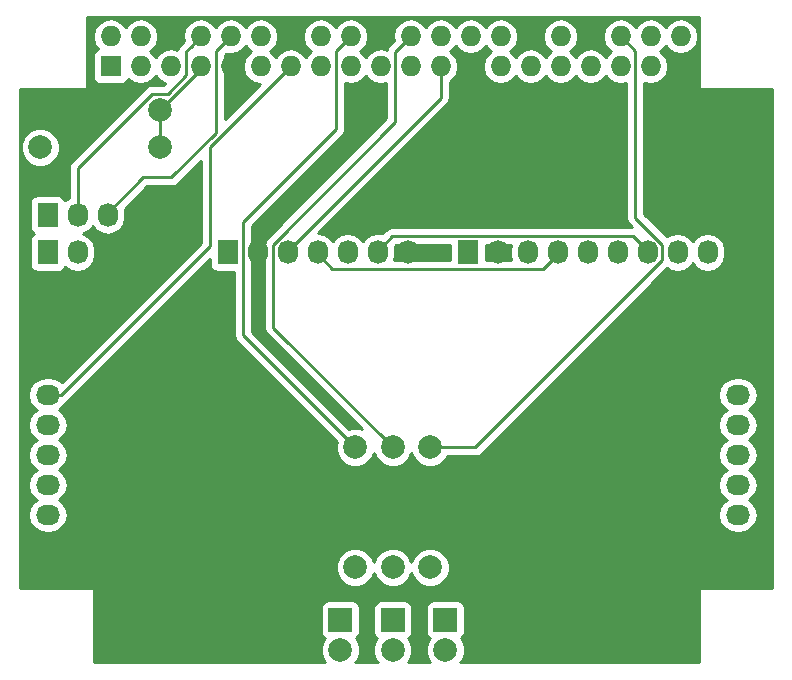
<source format=gbl>
G04 #@! TF.FileFunction,Copper,L2,Bot,Signal*
%FSLAX46Y46*%
G04 Gerber Fmt 4.6, Leading zero omitted, Abs format (unit mm)*
G04 Created by KiCad (PCBNEW 4.0.4-stable) date 10/13/16 13:56:36*
%MOMM*%
%LPD*%
G01*
G04 APERTURE LIST*
%ADD10C,0.100000*%
%ADD11R,1.727200X2.032000*%
%ADD12O,1.727200X2.032000*%
%ADD13R,1.727200X1.727200*%
%ADD14O,1.727200X1.727200*%
%ADD15C,1.998980*%
%ADD16R,2.000000X2.000000*%
%ADD17C,2.000000*%
%ADD18O,2.032000X1.727200*%
%ADD19R,2.032000X1.727200*%
%ADD20C,0.254000*%
G04 APERTURE END LIST*
D10*
D11*
X149860000Y-55880000D03*
D12*
X152400000Y-55880000D03*
X154940000Y-55880000D03*
X157480000Y-55880000D03*
X160020000Y-55880000D03*
X162560000Y-55880000D03*
X165100000Y-55880000D03*
X167640000Y-55880000D03*
X170180000Y-55880000D03*
X172720000Y-55880000D03*
D13*
X119634000Y-40132000D03*
D14*
X119634000Y-37592000D03*
X122174000Y-40132000D03*
X122174000Y-37592000D03*
X124714000Y-40132000D03*
X124714000Y-37592000D03*
X127254000Y-40132000D03*
X127254000Y-37592000D03*
X129794000Y-40132000D03*
X129794000Y-37592000D03*
X132334000Y-40132000D03*
X132334000Y-37592000D03*
X134874000Y-40132000D03*
X134874000Y-37592000D03*
X137414000Y-40132000D03*
X137414000Y-37592000D03*
X139954000Y-40132000D03*
X139954000Y-37592000D03*
X142494000Y-40132000D03*
X142494000Y-37592000D03*
X145034000Y-40132000D03*
X145034000Y-37592000D03*
X147574000Y-40132000D03*
X147574000Y-37592000D03*
X150114000Y-40132000D03*
X150114000Y-37592000D03*
X152654000Y-40132000D03*
X152654000Y-37592000D03*
X155194000Y-40132000D03*
X155194000Y-37592000D03*
X157734000Y-40132000D03*
X157734000Y-37592000D03*
X160274000Y-40132000D03*
X160274000Y-37592000D03*
X162814000Y-40132000D03*
X162814000Y-37592000D03*
X165354000Y-40132000D03*
X165354000Y-37592000D03*
X167894000Y-40132000D03*
X167894000Y-37592000D03*
D15*
X140335000Y-82550000D03*
X140335000Y-72390000D03*
D11*
X129540000Y-55880000D03*
D12*
X132080000Y-55880000D03*
X134620000Y-55880000D03*
X137160000Y-55880000D03*
X139700000Y-55880000D03*
X142240000Y-55880000D03*
X144780000Y-55880000D03*
D11*
X114300000Y-52705000D03*
D12*
X116840000Y-52705000D03*
X119380000Y-52705000D03*
X121920000Y-52705000D03*
D11*
X114300000Y-55880000D03*
D12*
X116840000Y-55880000D03*
X119380000Y-55880000D03*
D16*
X139065000Y-86995000D03*
D17*
X139065000Y-89535000D03*
D16*
X143510000Y-86995000D03*
D17*
X143510000Y-89535000D03*
D16*
X147955000Y-86995000D03*
D17*
X147955000Y-89535000D03*
D15*
X143510000Y-82550000D03*
X143510000Y-72390000D03*
X146685000Y-82550000D03*
X146685000Y-72390000D03*
X113665000Y-46990000D03*
X123825000Y-46990000D03*
X123825000Y-43815000D03*
X113665000Y-43815000D03*
D18*
X114300000Y-67945000D03*
D19*
X114300000Y-65405000D03*
D18*
X114300000Y-70485000D03*
X114300000Y-73025000D03*
X114300000Y-75565000D03*
X114300000Y-78105000D03*
X172720000Y-78105000D03*
X172720000Y-75565000D03*
X172720000Y-73025000D03*
X172720000Y-70485000D03*
D19*
X172720000Y-65405000D03*
D18*
X172720000Y-67945000D03*
D20*
X127254000Y-40386000D02*
X124824489Y-42815511D01*
X127254000Y-40132000D02*
X127254000Y-40386000D01*
X124824489Y-42815511D02*
X123825000Y-43815000D01*
X123825000Y-46990000D02*
X123825000Y-43815000D01*
X116840000Y-52705000D02*
X116840000Y-48756872D01*
X116840000Y-48756872D02*
X123162363Y-42434509D01*
X123162363Y-42434509D02*
X124443491Y-42434509D01*
X124443491Y-42434509D02*
X126009399Y-40868601D01*
X126009399Y-40868601D02*
X126009399Y-38836601D01*
X126009399Y-38836601D02*
X126390401Y-38455599D01*
X126390401Y-38455599D02*
X127254000Y-37592000D01*
X119380000Y-52552600D02*
X119380000Y-52705000D01*
X122402600Y-49530000D02*
X119380000Y-52552600D01*
X124757564Y-49530000D02*
X122402600Y-49530000D01*
X128549399Y-38836601D02*
X128549399Y-45738165D01*
X128549399Y-45738165D02*
X124757564Y-49530000D01*
X129794000Y-37592000D02*
X128549399Y-38836601D01*
X128016000Y-55372000D02*
X128016000Y-46990000D01*
X128016000Y-46990000D02*
X134874000Y-40132000D01*
X115443000Y-67945000D02*
X128016000Y-55372000D01*
X114300000Y-67945000D02*
X115443000Y-67945000D01*
X137160000Y-55880000D02*
X137160000Y-56032400D01*
X137160000Y-56032400D02*
X138404610Y-57277010D01*
X138404610Y-57277010D02*
X156235390Y-57277010D01*
X156235390Y-57277010D02*
X157480000Y-56032400D01*
X157480000Y-56032400D02*
X157480000Y-55880000D01*
X163855399Y-54482999D02*
X143484601Y-54482999D01*
X143484601Y-54482999D02*
X142240000Y-55727600D01*
X142240000Y-55727600D02*
X142240000Y-55880000D01*
X165100000Y-55880000D02*
X165100000Y-55727600D01*
X165100000Y-55727600D02*
X163855399Y-54482999D01*
X134620000Y-55880000D02*
X134620000Y-55727600D01*
X134620000Y-55727600D02*
X147574000Y-42773600D01*
X147574000Y-42773600D02*
X147574000Y-41353314D01*
X147574000Y-41353314D02*
X147574000Y-40132000D01*
X114300000Y-55727600D02*
X114300000Y-55880000D01*
X139954000Y-37592000D02*
X138709399Y-38836601D01*
X138709399Y-38836601D02*
X138709399Y-45440601D01*
X138709399Y-45440601D02*
X130835390Y-53314610D01*
X130835390Y-62890390D02*
X130835390Y-53314610D01*
X140335000Y-72390000D02*
X130835390Y-62890390D01*
X145034000Y-37592000D02*
X143738601Y-38887399D01*
X143738601Y-38887399D02*
X143738601Y-44848855D01*
X143738601Y-44848855D02*
X133375390Y-55212066D01*
X133375390Y-55212066D02*
X133375390Y-62255390D01*
X133375390Y-62255390D02*
X143510000Y-72390000D01*
X162814000Y-37592000D02*
X164058601Y-38836601D01*
X164058601Y-38836601D02*
X164058601Y-52926057D01*
X164058601Y-52926057D02*
X166344601Y-55212057D01*
X166344601Y-55212057D02*
X166344601Y-56547943D01*
X146685000Y-72390000D02*
X150502544Y-72390000D01*
X150502544Y-72390000D02*
X166344601Y-56547943D01*
G36*
X169418000Y-41910000D02*
X169428006Y-41959410D01*
X169456447Y-42001035D01*
X169498841Y-42028315D01*
X169545000Y-42037000D01*
X175615000Y-42037000D01*
X175615000Y-84328000D01*
X169545000Y-84328000D01*
X169495590Y-84338006D01*
X169453965Y-84366447D01*
X169426685Y-84408841D01*
X169418000Y-84455000D01*
X169418000Y-90580000D01*
X149222435Y-90580000D01*
X149340278Y-90462363D01*
X149589716Y-89861648D01*
X149590284Y-89211205D01*
X149341894Y-88610057D01*
X149275379Y-88543426D01*
X149406441Y-88459090D01*
X149551431Y-88246890D01*
X149602440Y-87995000D01*
X149602440Y-85995000D01*
X149558162Y-85759683D01*
X149419090Y-85543559D01*
X149206890Y-85398569D01*
X148955000Y-85347560D01*
X146955000Y-85347560D01*
X146719683Y-85391838D01*
X146503559Y-85530910D01*
X146358569Y-85743110D01*
X146307560Y-85995000D01*
X146307560Y-87995000D01*
X146351838Y-88230317D01*
X146490910Y-88446441D01*
X146633561Y-88543910D01*
X146569722Y-88607637D01*
X146320284Y-89208352D01*
X146319716Y-89858795D01*
X146568106Y-90459943D01*
X146687953Y-90580000D01*
X144777435Y-90580000D01*
X144895278Y-90462363D01*
X145144716Y-89861648D01*
X145145284Y-89211205D01*
X144896894Y-88610057D01*
X144830379Y-88543426D01*
X144961441Y-88459090D01*
X145106431Y-88246890D01*
X145157440Y-87995000D01*
X145157440Y-85995000D01*
X145113162Y-85759683D01*
X144974090Y-85543559D01*
X144761890Y-85398569D01*
X144510000Y-85347560D01*
X142510000Y-85347560D01*
X142274683Y-85391838D01*
X142058559Y-85530910D01*
X141913569Y-85743110D01*
X141862560Y-85995000D01*
X141862560Y-87995000D01*
X141906838Y-88230317D01*
X142045910Y-88446441D01*
X142188561Y-88543910D01*
X142124722Y-88607637D01*
X141875284Y-89208352D01*
X141874716Y-89858795D01*
X142123106Y-90459943D01*
X142242953Y-90580000D01*
X140332435Y-90580000D01*
X140450278Y-90462363D01*
X140699716Y-89861648D01*
X140700284Y-89211205D01*
X140451894Y-88610057D01*
X140385379Y-88543426D01*
X140516441Y-88459090D01*
X140661431Y-88246890D01*
X140712440Y-87995000D01*
X140712440Y-85995000D01*
X140668162Y-85759683D01*
X140529090Y-85543559D01*
X140316890Y-85398569D01*
X140065000Y-85347560D01*
X138065000Y-85347560D01*
X137829683Y-85391838D01*
X137613559Y-85530910D01*
X137468569Y-85743110D01*
X137417560Y-85995000D01*
X137417560Y-87995000D01*
X137461838Y-88230317D01*
X137600910Y-88446441D01*
X137743561Y-88543910D01*
X137679722Y-88607637D01*
X137430284Y-89208352D01*
X137429716Y-89858795D01*
X137678106Y-90459943D01*
X137797953Y-90580000D01*
X118237000Y-90580000D01*
X118237000Y-84455000D01*
X118226994Y-84405590D01*
X118198553Y-84363965D01*
X118156159Y-84336685D01*
X118110000Y-84328000D01*
X111985000Y-84328000D01*
X111985000Y-82873694D01*
X138700226Y-82873694D01*
X138948538Y-83474655D01*
X139407927Y-83934846D01*
X140008453Y-84184206D01*
X140658694Y-84184774D01*
X141259655Y-83936462D01*
X141719846Y-83477073D01*
X141922691Y-82988568D01*
X142123538Y-83474655D01*
X142582927Y-83934846D01*
X143183453Y-84184206D01*
X143833694Y-84184774D01*
X144434655Y-83936462D01*
X144894846Y-83477073D01*
X145097691Y-82988568D01*
X145298538Y-83474655D01*
X145757927Y-83934846D01*
X146358453Y-84184206D01*
X147008694Y-84184774D01*
X147609655Y-83936462D01*
X148069846Y-83477073D01*
X148319206Y-82876547D01*
X148319774Y-82226306D01*
X148071462Y-81625345D01*
X147612073Y-81165154D01*
X147011547Y-80915794D01*
X146361306Y-80915226D01*
X145760345Y-81163538D01*
X145300154Y-81622927D01*
X145097309Y-82111432D01*
X144896462Y-81625345D01*
X144437073Y-81165154D01*
X143836547Y-80915794D01*
X143186306Y-80915226D01*
X142585345Y-81163538D01*
X142125154Y-81622927D01*
X141922309Y-82111432D01*
X141721462Y-81625345D01*
X141262073Y-81165154D01*
X140661547Y-80915794D01*
X140011306Y-80915226D01*
X139410345Y-81163538D01*
X138950154Y-81622927D01*
X138700794Y-82223453D01*
X138700226Y-82873694D01*
X111985000Y-82873694D01*
X111985000Y-67945000D01*
X112616655Y-67945000D01*
X112730729Y-68518489D01*
X113055585Y-69004670D01*
X113370366Y-69215000D01*
X113055585Y-69425330D01*
X112730729Y-69911511D01*
X112616655Y-70485000D01*
X112730729Y-71058489D01*
X113055585Y-71544670D01*
X113370366Y-71755000D01*
X113055585Y-71965330D01*
X112730729Y-72451511D01*
X112616655Y-73025000D01*
X112730729Y-73598489D01*
X113055585Y-74084670D01*
X113370366Y-74295000D01*
X113055585Y-74505330D01*
X112730729Y-74991511D01*
X112616655Y-75565000D01*
X112730729Y-76138489D01*
X113055585Y-76624670D01*
X113370366Y-76835000D01*
X113055585Y-77045330D01*
X112730729Y-77531511D01*
X112616655Y-78105000D01*
X112730729Y-78678489D01*
X113055585Y-79164670D01*
X113541766Y-79489526D01*
X114115255Y-79603600D01*
X114484745Y-79603600D01*
X115058234Y-79489526D01*
X115544415Y-79164670D01*
X115869271Y-78678489D01*
X115983345Y-78105000D01*
X115869271Y-77531511D01*
X115544415Y-77045330D01*
X115229634Y-76835000D01*
X115544415Y-76624670D01*
X115869271Y-76138489D01*
X115983345Y-75565000D01*
X115869271Y-74991511D01*
X115544415Y-74505330D01*
X115229634Y-74295000D01*
X115544415Y-74084670D01*
X115869271Y-73598489D01*
X115983345Y-73025000D01*
X115869271Y-72451511D01*
X115544415Y-71965330D01*
X115229634Y-71755000D01*
X115544415Y-71544670D01*
X115869271Y-71058489D01*
X115983345Y-70485000D01*
X115869271Y-69911511D01*
X115544415Y-69425330D01*
X115229634Y-69215000D01*
X115544415Y-69004670D01*
X115820352Y-68591702D01*
X115981815Y-68483815D01*
X128028960Y-56436670D01*
X128028960Y-56896000D01*
X128073238Y-57131317D01*
X128212310Y-57347441D01*
X128424510Y-57492431D01*
X128676400Y-57543440D01*
X130073390Y-57543440D01*
X130073390Y-62890390D01*
X130131394Y-63181995D01*
X130296575Y-63429205D01*
X138768285Y-71900916D01*
X138700794Y-72063453D01*
X138700226Y-72713694D01*
X138948538Y-73314655D01*
X139407927Y-73774846D01*
X140008453Y-74024206D01*
X140658694Y-74024774D01*
X141259655Y-73776462D01*
X141719846Y-73317073D01*
X141922691Y-72828568D01*
X142123538Y-73314655D01*
X142582927Y-73774846D01*
X143183453Y-74024206D01*
X143833694Y-74024774D01*
X144434655Y-73776462D01*
X144894846Y-73317073D01*
X145097691Y-72828568D01*
X145298538Y-73314655D01*
X145757927Y-73774846D01*
X146358453Y-74024206D01*
X147008694Y-74024774D01*
X147609655Y-73776462D01*
X148069846Y-73317073D01*
X148138390Y-73152000D01*
X150502544Y-73152000D01*
X150794149Y-73093996D01*
X151041359Y-72928815D01*
X156025174Y-67945000D01*
X171036655Y-67945000D01*
X171150729Y-68518489D01*
X171475585Y-69004670D01*
X171790366Y-69215000D01*
X171475585Y-69425330D01*
X171150729Y-69911511D01*
X171036655Y-70485000D01*
X171150729Y-71058489D01*
X171475585Y-71544670D01*
X171790366Y-71755000D01*
X171475585Y-71965330D01*
X171150729Y-72451511D01*
X171036655Y-73025000D01*
X171150729Y-73598489D01*
X171475585Y-74084670D01*
X171790366Y-74295000D01*
X171475585Y-74505330D01*
X171150729Y-74991511D01*
X171036655Y-75565000D01*
X171150729Y-76138489D01*
X171475585Y-76624670D01*
X171790366Y-76835000D01*
X171475585Y-77045330D01*
X171150729Y-77531511D01*
X171036655Y-78105000D01*
X171150729Y-78678489D01*
X171475585Y-79164670D01*
X171961766Y-79489526D01*
X172535255Y-79603600D01*
X172904745Y-79603600D01*
X173478234Y-79489526D01*
X173964415Y-79164670D01*
X174289271Y-78678489D01*
X174403345Y-78105000D01*
X174289271Y-77531511D01*
X173964415Y-77045330D01*
X173649634Y-76835000D01*
X173964415Y-76624670D01*
X174289271Y-76138489D01*
X174403345Y-75565000D01*
X174289271Y-74991511D01*
X173964415Y-74505330D01*
X173649634Y-74295000D01*
X173964415Y-74084670D01*
X174289271Y-73598489D01*
X174403345Y-73025000D01*
X174289271Y-72451511D01*
X173964415Y-71965330D01*
X173649634Y-71755000D01*
X173964415Y-71544670D01*
X174289271Y-71058489D01*
X174403345Y-70485000D01*
X174289271Y-69911511D01*
X173964415Y-69425330D01*
X173649634Y-69215000D01*
X173964415Y-69004670D01*
X174289271Y-68518489D01*
X174403345Y-67945000D01*
X174289271Y-67371511D01*
X173964415Y-66885330D01*
X173478234Y-66560474D01*
X172904745Y-66446400D01*
X172535255Y-66446400D01*
X171961766Y-66560474D01*
X171475585Y-66885330D01*
X171150729Y-67371511D01*
X171036655Y-67945000D01*
X156025174Y-67945000D01*
X166739443Y-57230731D01*
X167066511Y-57449271D01*
X167640000Y-57563345D01*
X168213489Y-57449271D01*
X168699670Y-57124415D01*
X168910000Y-56809634D01*
X169120330Y-57124415D01*
X169606511Y-57449271D01*
X170180000Y-57563345D01*
X170753489Y-57449271D01*
X171239670Y-57124415D01*
X171564526Y-56638234D01*
X171678600Y-56064745D01*
X171678600Y-55695255D01*
X171564526Y-55121766D01*
X171239670Y-54635585D01*
X170753489Y-54310729D01*
X170180000Y-54196655D01*
X169606511Y-54310729D01*
X169120330Y-54635585D01*
X168910000Y-54950366D01*
X168699670Y-54635585D01*
X168213489Y-54310729D01*
X167640000Y-54196655D01*
X167066511Y-54310729D01*
X166739444Y-54529269D01*
X164820601Y-52610427D01*
X164820601Y-41553859D01*
X165354000Y-41659959D01*
X165927489Y-41545885D01*
X166413670Y-41221029D01*
X166738526Y-40734848D01*
X166852600Y-40161359D01*
X166852600Y-40102641D01*
X166738526Y-39529152D01*
X166413670Y-39042971D01*
X166142828Y-38862000D01*
X166413670Y-38681029D01*
X166624000Y-38366248D01*
X166834330Y-38681029D01*
X167320511Y-39005885D01*
X167894000Y-39119959D01*
X168467489Y-39005885D01*
X168953670Y-38681029D01*
X169278526Y-38194848D01*
X169392600Y-37621359D01*
X169392600Y-37562641D01*
X169278526Y-36989152D01*
X168953670Y-36502971D01*
X168467489Y-36178115D01*
X167894000Y-36064041D01*
X167320511Y-36178115D01*
X166834330Y-36502971D01*
X166624000Y-36817752D01*
X166413670Y-36502971D01*
X165927489Y-36178115D01*
X165354000Y-36064041D01*
X164780511Y-36178115D01*
X164294330Y-36502971D01*
X164084000Y-36817752D01*
X163873670Y-36502971D01*
X163387489Y-36178115D01*
X162814000Y-36064041D01*
X162240511Y-36178115D01*
X161754330Y-36502971D01*
X161429474Y-36989152D01*
X161315400Y-37562641D01*
X161315400Y-37621359D01*
X161429474Y-38194848D01*
X161754330Y-38681029D01*
X162025172Y-38862000D01*
X161754330Y-39042971D01*
X161544000Y-39357752D01*
X161333670Y-39042971D01*
X160847489Y-38718115D01*
X160274000Y-38604041D01*
X159700511Y-38718115D01*
X159214330Y-39042971D01*
X159004000Y-39357752D01*
X158793670Y-39042971D01*
X158522828Y-38862000D01*
X158793670Y-38681029D01*
X159118526Y-38194848D01*
X159232600Y-37621359D01*
X159232600Y-37562641D01*
X159118526Y-36989152D01*
X158793670Y-36502971D01*
X158307489Y-36178115D01*
X157734000Y-36064041D01*
X157160511Y-36178115D01*
X156674330Y-36502971D01*
X156349474Y-36989152D01*
X156235400Y-37562641D01*
X156235400Y-37621359D01*
X156349474Y-38194848D01*
X156674330Y-38681029D01*
X156945172Y-38862000D01*
X156674330Y-39042971D01*
X156464000Y-39357752D01*
X156253670Y-39042971D01*
X155767489Y-38718115D01*
X155194000Y-38604041D01*
X154620511Y-38718115D01*
X154134330Y-39042971D01*
X153924000Y-39357752D01*
X153713670Y-39042971D01*
X153442828Y-38862000D01*
X153713670Y-38681029D01*
X154038526Y-38194848D01*
X154152600Y-37621359D01*
X154152600Y-37562641D01*
X154038526Y-36989152D01*
X153713670Y-36502971D01*
X153227489Y-36178115D01*
X152654000Y-36064041D01*
X152080511Y-36178115D01*
X151594330Y-36502971D01*
X151384000Y-36817752D01*
X151173670Y-36502971D01*
X150687489Y-36178115D01*
X150114000Y-36064041D01*
X149540511Y-36178115D01*
X149054330Y-36502971D01*
X148844000Y-36817752D01*
X148633670Y-36502971D01*
X148147489Y-36178115D01*
X147574000Y-36064041D01*
X147000511Y-36178115D01*
X146514330Y-36502971D01*
X146304000Y-36817752D01*
X146093670Y-36502971D01*
X145607489Y-36178115D01*
X145034000Y-36064041D01*
X144460511Y-36178115D01*
X143974330Y-36502971D01*
X143649474Y-36989152D01*
X143535400Y-37562641D01*
X143535400Y-37621359D01*
X143600372Y-37947998D01*
X143199786Y-38348584D01*
X143034605Y-38595794D01*
X143012451Y-38707167D01*
X142494000Y-38604041D01*
X141920511Y-38718115D01*
X141434330Y-39042971D01*
X141224000Y-39357752D01*
X141013670Y-39042971D01*
X140742828Y-38862000D01*
X141013670Y-38681029D01*
X141338526Y-38194848D01*
X141452600Y-37621359D01*
X141452600Y-37562641D01*
X141338526Y-36989152D01*
X141013670Y-36502971D01*
X140527489Y-36178115D01*
X139954000Y-36064041D01*
X139380511Y-36178115D01*
X138894330Y-36502971D01*
X138684000Y-36817752D01*
X138473670Y-36502971D01*
X137987489Y-36178115D01*
X137414000Y-36064041D01*
X136840511Y-36178115D01*
X136354330Y-36502971D01*
X136029474Y-36989152D01*
X135915400Y-37562641D01*
X135915400Y-37621359D01*
X136029474Y-38194848D01*
X136354330Y-38681029D01*
X136625172Y-38862000D01*
X136354330Y-39042971D01*
X136144000Y-39357752D01*
X135933670Y-39042971D01*
X135447489Y-38718115D01*
X134874000Y-38604041D01*
X134300511Y-38718115D01*
X133814330Y-39042971D01*
X133604000Y-39357752D01*
X133393670Y-39042971D01*
X133122828Y-38862000D01*
X133393670Y-38681029D01*
X133718526Y-38194848D01*
X133832600Y-37621359D01*
X133832600Y-37562641D01*
X133718526Y-36989152D01*
X133393670Y-36502971D01*
X132907489Y-36178115D01*
X132334000Y-36064041D01*
X131760511Y-36178115D01*
X131274330Y-36502971D01*
X131064000Y-36817752D01*
X130853670Y-36502971D01*
X130367489Y-36178115D01*
X129794000Y-36064041D01*
X129220511Y-36178115D01*
X128734330Y-36502971D01*
X128524000Y-36817752D01*
X128313670Y-36502971D01*
X127827489Y-36178115D01*
X127254000Y-36064041D01*
X126680511Y-36178115D01*
X126194330Y-36502971D01*
X125869474Y-36989152D01*
X125755400Y-37562641D01*
X125755400Y-37621359D01*
X125820372Y-37947997D01*
X125470584Y-38297786D01*
X125305403Y-38544996D01*
X125271596Y-38714954D01*
X124714000Y-38604041D01*
X124140511Y-38718115D01*
X123654330Y-39042971D01*
X123444000Y-39357752D01*
X123233670Y-39042971D01*
X122962828Y-38862000D01*
X123233670Y-38681029D01*
X123558526Y-38194848D01*
X123672600Y-37621359D01*
X123672600Y-37562641D01*
X123558526Y-36989152D01*
X123233670Y-36502971D01*
X122747489Y-36178115D01*
X122174000Y-36064041D01*
X121600511Y-36178115D01*
X121114330Y-36502971D01*
X120904000Y-36817752D01*
X120693670Y-36502971D01*
X120207489Y-36178115D01*
X119634000Y-36064041D01*
X119060511Y-36178115D01*
X118574330Y-36502971D01*
X118249474Y-36989152D01*
X118135400Y-37562641D01*
X118135400Y-37621359D01*
X118249474Y-38194848D01*
X118560574Y-38660442D01*
X118535083Y-38665238D01*
X118318959Y-38804310D01*
X118173969Y-39016510D01*
X118122960Y-39268400D01*
X118122960Y-40995600D01*
X118167238Y-41230917D01*
X118306310Y-41447041D01*
X118518510Y-41592031D01*
X118770400Y-41643040D01*
X120497600Y-41643040D01*
X120732917Y-41598762D01*
X120949041Y-41459690D01*
X121094031Y-41247490D01*
X121102864Y-41203869D01*
X121114330Y-41221029D01*
X121600511Y-41545885D01*
X122174000Y-41659959D01*
X122747489Y-41545885D01*
X123233670Y-41221029D01*
X123444000Y-40906248D01*
X123654330Y-41221029D01*
X124140511Y-41545885D01*
X124235575Y-41564794D01*
X124127861Y-41672509D01*
X123162363Y-41672509D01*
X122870759Y-41730512D01*
X122623548Y-41895693D01*
X116301185Y-48218057D01*
X116136004Y-48465267D01*
X116078000Y-48756872D01*
X116078000Y-51261688D01*
X115780330Y-51460585D01*
X115770757Y-51474913D01*
X115766762Y-51453683D01*
X115627690Y-51237559D01*
X115415490Y-51092569D01*
X115163600Y-51041560D01*
X113436400Y-51041560D01*
X113201083Y-51085838D01*
X112984959Y-51224910D01*
X112839969Y-51437110D01*
X112788960Y-51689000D01*
X112788960Y-53721000D01*
X112833238Y-53956317D01*
X112972310Y-54172441D01*
X113149893Y-54293778D01*
X112984959Y-54399910D01*
X112839969Y-54612110D01*
X112788960Y-54864000D01*
X112788960Y-56896000D01*
X112833238Y-57131317D01*
X112972310Y-57347441D01*
X113184510Y-57492431D01*
X113436400Y-57543440D01*
X115163600Y-57543440D01*
X115398917Y-57499162D01*
X115615041Y-57360090D01*
X115760031Y-57147890D01*
X115768400Y-57106561D01*
X115780330Y-57124415D01*
X116266511Y-57449271D01*
X116840000Y-57563345D01*
X117413489Y-57449271D01*
X117899670Y-57124415D01*
X118224526Y-56638234D01*
X118338600Y-56064745D01*
X118338600Y-55695255D01*
X118224526Y-55121766D01*
X117899670Y-54635585D01*
X117413489Y-54310729D01*
X117321846Y-54292500D01*
X117413489Y-54274271D01*
X117899670Y-53949415D01*
X118110000Y-53634634D01*
X118320330Y-53949415D01*
X118806511Y-54274271D01*
X119380000Y-54388345D01*
X119953489Y-54274271D01*
X120439670Y-53949415D01*
X120764526Y-53463234D01*
X120878600Y-52889745D01*
X120878600Y-52520255D01*
X120814123Y-52196107D01*
X122718230Y-50292000D01*
X124757564Y-50292000D01*
X125049169Y-50233996D01*
X125296379Y-50068815D01*
X127254000Y-48111195D01*
X127254000Y-55056370D01*
X115472855Y-66837515D01*
X115058234Y-66560474D01*
X114484745Y-66446400D01*
X114115255Y-66446400D01*
X113541766Y-66560474D01*
X113055585Y-66885330D01*
X112730729Y-67371511D01*
X112616655Y-67945000D01*
X111985000Y-67945000D01*
X111985000Y-47313694D01*
X112030226Y-47313694D01*
X112278538Y-47914655D01*
X112737927Y-48374846D01*
X113338453Y-48624206D01*
X113988694Y-48624774D01*
X114589655Y-48376462D01*
X115049846Y-47917073D01*
X115299206Y-47316547D01*
X115299774Y-46666306D01*
X115051462Y-46065345D01*
X114592073Y-45605154D01*
X113991547Y-45355794D01*
X113341306Y-45355226D01*
X112740345Y-45603538D01*
X112280154Y-46062927D01*
X112030794Y-46663453D01*
X112030226Y-47313694D01*
X111985000Y-47313694D01*
X111985000Y-42037000D01*
X117475000Y-42037000D01*
X117524410Y-42026994D01*
X117566035Y-41998553D01*
X117593315Y-41956159D01*
X117602000Y-41910000D01*
X117602000Y-35950000D01*
X169418000Y-35950000D01*
X169418000Y-41910000D01*
X169418000Y-41910000D01*
G37*
X169418000Y-41910000D02*
X169428006Y-41959410D01*
X169456447Y-42001035D01*
X169498841Y-42028315D01*
X169545000Y-42037000D01*
X175615000Y-42037000D01*
X175615000Y-84328000D01*
X169545000Y-84328000D01*
X169495590Y-84338006D01*
X169453965Y-84366447D01*
X169426685Y-84408841D01*
X169418000Y-84455000D01*
X169418000Y-90580000D01*
X149222435Y-90580000D01*
X149340278Y-90462363D01*
X149589716Y-89861648D01*
X149590284Y-89211205D01*
X149341894Y-88610057D01*
X149275379Y-88543426D01*
X149406441Y-88459090D01*
X149551431Y-88246890D01*
X149602440Y-87995000D01*
X149602440Y-85995000D01*
X149558162Y-85759683D01*
X149419090Y-85543559D01*
X149206890Y-85398569D01*
X148955000Y-85347560D01*
X146955000Y-85347560D01*
X146719683Y-85391838D01*
X146503559Y-85530910D01*
X146358569Y-85743110D01*
X146307560Y-85995000D01*
X146307560Y-87995000D01*
X146351838Y-88230317D01*
X146490910Y-88446441D01*
X146633561Y-88543910D01*
X146569722Y-88607637D01*
X146320284Y-89208352D01*
X146319716Y-89858795D01*
X146568106Y-90459943D01*
X146687953Y-90580000D01*
X144777435Y-90580000D01*
X144895278Y-90462363D01*
X145144716Y-89861648D01*
X145145284Y-89211205D01*
X144896894Y-88610057D01*
X144830379Y-88543426D01*
X144961441Y-88459090D01*
X145106431Y-88246890D01*
X145157440Y-87995000D01*
X145157440Y-85995000D01*
X145113162Y-85759683D01*
X144974090Y-85543559D01*
X144761890Y-85398569D01*
X144510000Y-85347560D01*
X142510000Y-85347560D01*
X142274683Y-85391838D01*
X142058559Y-85530910D01*
X141913569Y-85743110D01*
X141862560Y-85995000D01*
X141862560Y-87995000D01*
X141906838Y-88230317D01*
X142045910Y-88446441D01*
X142188561Y-88543910D01*
X142124722Y-88607637D01*
X141875284Y-89208352D01*
X141874716Y-89858795D01*
X142123106Y-90459943D01*
X142242953Y-90580000D01*
X140332435Y-90580000D01*
X140450278Y-90462363D01*
X140699716Y-89861648D01*
X140700284Y-89211205D01*
X140451894Y-88610057D01*
X140385379Y-88543426D01*
X140516441Y-88459090D01*
X140661431Y-88246890D01*
X140712440Y-87995000D01*
X140712440Y-85995000D01*
X140668162Y-85759683D01*
X140529090Y-85543559D01*
X140316890Y-85398569D01*
X140065000Y-85347560D01*
X138065000Y-85347560D01*
X137829683Y-85391838D01*
X137613559Y-85530910D01*
X137468569Y-85743110D01*
X137417560Y-85995000D01*
X137417560Y-87995000D01*
X137461838Y-88230317D01*
X137600910Y-88446441D01*
X137743561Y-88543910D01*
X137679722Y-88607637D01*
X137430284Y-89208352D01*
X137429716Y-89858795D01*
X137678106Y-90459943D01*
X137797953Y-90580000D01*
X118237000Y-90580000D01*
X118237000Y-84455000D01*
X118226994Y-84405590D01*
X118198553Y-84363965D01*
X118156159Y-84336685D01*
X118110000Y-84328000D01*
X111985000Y-84328000D01*
X111985000Y-82873694D01*
X138700226Y-82873694D01*
X138948538Y-83474655D01*
X139407927Y-83934846D01*
X140008453Y-84184206D01*
X140658694Y-84184774D01*
X141259655Y-83936462D01*
X141719846Y-83477073D01*
X141922691Y-82988568D01*
X142123538Y-83474655D01*
X142582927Y-83934846D01*
X143183453Y-84184206D01*
X143833694Y-84184774D01*
X144434655Y-83936462D01*
X144894846Y-83477073D01*
X145097691Y-82988568D01*
X145298538Y-83474655D01*
X145757927Y-83934846D01*
X146358453Y-84184206D01*
X147008694Y-84184774D01*
X147609655Y-83936462D01*
X148069846Y-83477073D01*
X148319206Y-82876547D01*
X148319774Y-82226306D01*
X148071462Y-81625345D01*
X147612073Y-81165154D01*
X147011547Y-80915794D01*
X146361306Y-80915226D01*
X145760345Y-81163538D01*
X145300154Y-81622927D01*
X145097309Y-82111432D01*
X144896462Y-81625345D01*
X144437073Y-81165154D01*
X143836547Y-80915794D01*
X143186306Y-80915226D01*
X142585345Y-81163538D01*
X142125154Y-81622927D01*
X141922309Y-82111432D01*
X141721462Y-81625345D01*
X141262073Y-81165154D01*
X140661547Y-80915794D01*
X140011306Y-80915226D01*
X139410345Y-81163538D01*
X138950154Y-81622927D01*
X138700794Y-82223453D01*
X138700226Y-82873694D01*
X111985000Y-82873694D01*
X111985000Y-67945000D01*
X112616655Y-67945000D01*
X112730729Y-68518489D01*
X113055585Y-69004670D01*
X113370366Y-69215000D01*
X113055585Y-69425330D01*
X112730729Y-69911511D01*
X112616655Y-70485000D01*
X112730729Y-71058489D01*
X113055585Y-71544670D01*
X113370366Y-71755000D01*
X113055585Y-71965330D01*
X112730729Y-72451511D01*
X112616655Y-73025000D01*
X112730729Y-73598489D01*
X113055585Y-74084670D01*
X113370366Y-74295000D01*
X113055585Y-74505330D01*
X112730729Y-74991511D01*
X112616655Y-75565000D01*
X112730729Y-76138489D01*
X113055585Y-76624670D01*
X113370366Y-76835000D01*
X113055585Y-77045330D01*
X112730729Y-77531511D01*
X112616655Y-78105000D01*
X112730729Y-78678489D01*
X113055585Y-79164670D01*
X113541766Y-79489526D01*
X114115255Y-79603600D01*
X114484745Y-79603600D01*
X115058234Y-79489526D01*
X115544415Y-79164670D01*
X115869271Y-78678489D01*
X115983345Y-78105000D01*
X115869271Y-77531511D01*
X115544415Y-77045330D01*
X115229634Y-76835000D01*
X115544415Y-76624670D01*
X115869271Y-76138489D01*
X115983345Y-75565000D01*
X115869271Y-74991511D01*
X115544415Y-74505330D01*
X115229634Y-74295000D01*
X115544415Y-74084670D01*
X115869271Y-73598489D01*
X115983345Y-73025000D01*
X115869271Y-72451511D01*
X115544415Y-71965330D01*
X115229634Y-71755000D01*
X115544415Y-71544670D01*
X115869271Y-71058489D01*
X115983345Y-70485000D01*
X115869271Y-69911511D01*
X115544415Y-69425330D01*
X115229634Y-69215000D01*
X115544415Y-69004670D01*
X115820352Y-68591702D01*
X115981815Y-68483815D01*
X128028960Y-56436670D01*
X128028960Y-56896000D01*
X128073238Y-57131317D01*
X128212310Y-57347441D01*
X128424510Y-57492431D01*
X128676400Y-57543440D01*
X130073390Y-57543440D01*
X130073390Y-62890390D01*
X130131394Y-63181995D01*
X130296575Y-63429205D01*
X138768285Y-71900916D01*
X138700794Y-72063453D01*
X138700226Y-72713694D01*
X138948538Y-73314655D01*
X139407927Y-73774846D01*
X140008453Y-74024206D01*
X140658694Y-74024774D01*
X141259655Y-73776462D01*
X141719846Y-73317073D01*
X141922691Y-72828568D01*
X142123538Y-73314655D01*
X142582927Y-73774846D01*
X143183453Y-74024206D01*
X143833694Y-74024774D01*
X144434655Y-73776462D01*
X144894846Y-73317073D01*
X145097691Y-72828568D01*
X145298538Y-73314655D01*
X145757927Y-73774846D01*
X146358453Y-74024206D01*
X147008694Y-74024774D01*
X147609655Y-73776462D01*
X148069846Y-73317073D01*
X148138390Y-73152000D01*
X150502544Y-73152000D01*
X150794149Y-73093996D01*
X151041359Y-72928815D01*
X156025174Y-67945000D01*
X171036655Y-67945000D01*
X171150729Y-68518489D01*
X171475585Y-69004670D01*
X171790366Y-69215000D01*
X171475585Y-69425330D01*
X171150729Y-69911511D01*
X171036655Y-70485000D01*
X171150729Y-71058489D01*
X171475585Y-71544670D01*
X171790366Y-71755000D01*
X171475585Y-71965330D01*
X171150729Y-72451511D01*
X171036655Y-73025000D01*
X171150729Y-73598489D01*
X171475585Y-74084670D01*
X171790366Y-74295000D01*
X171475585Y-74505330D01*
X171150729Y-74991511D01*
X171036655Y-75565000D01*
X171150729Y-76138489D01*
X171475585Y-76624670D01*
X171790366Y-76835000D01*
X171475585Y-77045330D01*
X171150729Y-77531511D01*
X171036655Y-78105000D01*
X171150729Y-78678489D01*
X171475585Y-79164670D01*
X171961766Y-79489526D01*
X172535255Y-79603600D01*
X172904745Y-79603600D01*
X173478234Y-79489526D01*
X173964415Y-79164670D01*
X174289271Y-78678489D01*
X174403345Y-78105000D01*
X174289271Y-77531511D01*
X173964415Y-77045330D01*
X173649634Y-76835000D01*
X173964415Y-76624670D01*
X174289271Y-76138489D01*
X174403345Y-75565000D01*
X174289271Y-74991511D01*
X173964415Y-74505330D01*
X173649634Y-74295000D01*
X173964415Y-74084670D01*
X174289271Y-73598489D01*
X174403345Y-73025000D01*
X174289271Y-72451511D01*
X173964415Y-71965330D01*
X173649634Y-71755000D01*
X173964415Y-71544670D01*
X174289271Y-71058489D01*
X174403345Y-70485000D01*
X174289271Y-69911511D01*
X173964415Y-69425330D01*
X173649634Y-69215000D01*
X173964415Y-69004670D01*
X174289271Y-68518489D01*
X174403345Y-67945000D01*
X174289271Y-67371511D01*
X173964415Y-66885330D01*
X173478234Y-66560474D01*
X172904745Y-66446400D01*
X172535255Y-66446400D01*
X171961766Y-66560474D01*
X171475585Y-66885330D01*
X171150729Y-67371511D01*
X171036655Y-67945000D01*
X156025174Y-67945000D01*
X166739443Y-57230731D01*
X167066511Y-57449271D01*
X167640000Y-57563345D01*
X168213489Y-57449271D01*
X168699670Y-57124415D01*
X168910000Y-56809634D01*
X169120330Y-57124415D01*
X169606511Y-57449271D01*
X170180000Y-57563345D01*
X170753489Y-57449271D01*
X171239670Y-57124415D01*
X171564526Y-56638234D01*
X171678600Y-56064745D01*
X171678600Y-55695255D01*
X171564526Y-55121766D01*
X171239670Y-54635585D01*
X170753489Y-54310729D01*
X170180000Y-54196655D01*
X169606511Y-54310729D01*
X169120330Y-54635585D01*
X168910000Y-54950366D01*
X168699670Y-54635585D01*
X168213489Y-54310729D01*
X167640000Y-54196655D01*
X167066511Y-54310729D01*
X166739444Y-54529269D01*
X164820601Y-52610427D01*
X164820601Y-41553859D01*
X165354000Y-41659959D01*
X165927489Y-41545885D01*
X166413670Y-41221029D01*
X166738526Y-40734848D01*
X166852600Y-40161359D01*
X166852600Y-40102641D01*
X166738526Y-39529152D01*
X166413670Y-39042971D01*
X166142828Y-38862000D01*
X166413670Y-38681029D01*
X166624000Y-38366248D01*
X166834330Y-38681029D01*
X167320511Y-39005885D01*
X167894000Y-39119959D01*
X168467489Y-39005885D01*
X168953670Y-38681029D01*
X169278526Y-38194848D01*
X169392600Y-37621359D01*
X169392600Y-37562641D01*
X169278526Y-36989152D01*
X168953670Y-36502971D01*
X168467489Y-36178115D01*
X167894000Y-36064041D01*
X167320511Y-36178115D01*
X166834330Y-36502971D01*
X166624000Y-36817752D01*
X166413670Y-36502971D01*
X165927489Y-36178115D01*
X165354000Y-36064041D01*
X164780511Y-36178115D01*
X164294330Y-36502971D01*
X164084000Y-36817752D01*
X163873670Y-36502971D01*
X163387489Y-36178115D01*
X162814000Y-36064041D01*
X162240511Y-36178115D01*
X161754330Y-36502971D01*
X161429474Y-36989152D01*
X161315400Y-37562641D01*
X161315400Y-37621359D01*
X161429474Y-38194848D01*
X161754330Y-38681029D01*
X162025172Y-38862000D01*
X161754330Y-39042971D01*
X161544000Y-39357752D01*
X161333670Y-39042971D01*
X160847489Y-38718115D01*
X160274000Y-38604041D01*
X159700511Y-38718115D01*
X159214330Y-39042971D01*
X159004000Y-39357752D01*
X158793670Y-39042971D01*
X158522828Y-38862000D01*
X158793670Y-38681029D01*
X159118526Y-38194848D01*
X159232600Y-37621359D01*
X159232600Y-37562641D01*
X159118526Y-36989152D01*
X158793670Y-36502971D01*
X158307489Y-36178115D01*
X157734000Y-36064041D01*
X157160511Y-36178115D01*
X156674330Y-36502971D01*
X156349474Y-36989152D01*
X156235400Y-37562641D01*
X156235400Y-37621359D01*
X156349474Y-38194848D01*
X156674330Y-38681029D01*
X156945172Y-38862000D01*
X156674330Y-39042971D01*
X156464000Y-39357752D01*
X156253670Y-39042971D01*
X155767489Y-38718115D01*
X155194000Y-38604041D01*
X154620511Y-38718115D01*
X154134330Y-39042971D01*
X153924000Y-39357752D01*
X153713670Y-39042971D01*
X153442828Y-38862000D01*
X153713670Y-38681029D01*
X154038526Y-38194848D01*
X154152600Y-37621359D01*
X154152600Y-37562641D01*
X154038526Y-36989152D01*
X153713670Y-36502971D01*
X153227489Y-36178115D01*
X152654000Y-36064041D01*
X152080511Y-36178115D01*
X151594330Y-36502971D01*
X151384000Y-36817752D01*
X151173670Y-36502971D01*
X150687489Y-36178115D01*
X150114000Y-36064041D01*
X149540511Y-36178115D01*
X149054330Y-36502971D01*
X148844000Y-36817752D01*
X148633670Y-36502971D01*
X148147489Y-36178115D01*
X147574000Y-36064041D01*
X147000511Y-36178115D01*
X146514330Y-36502971D01*
X146304000Y-36817752D01*
X146093670Y-36502971D01*
X145607489Y-36178115D01*
X145034000Y-36064041D01*
X144460511Y-36178115D01*
X143974330Y-36502971D01*
X143649474Y-36989152D01*
X143535400Y-37562641D01*
X143535400Y-37621359D01*
X143600372Y-37947998D01*
X143199786Y-38348584D01*
X143034605Y-38595794D01*
X143012451Y-38707167D01*
X142494000Y-38604041D01*
X141920511Y-38718115D01*
X141434330Y-39042971D01*
X141224000Y-39357752D01*
X141013670Y-39042971D01*
X140742828Y-38862000D01*
X141013670Y-38681029D01*
X141338526Y-38194848D01*
X141452600Y-37621359D01*
X141452600Y-37562641D01*
X141338526Y-36989152D01*
X141013670Y-36502971D01*
X140527489Y-36178115D01*
X139954000Y-36064041D01*
X139380511Y-36178115D01*
X138894330Y-36502971D01*
X138684000Y-36817752D01*
X138473670Y-36502971D01*
X137987489Y-36178115D01*
X137414000Y-36064041D01*
X136840511Y-36178115D01*
X136354330Y-36502971D01*
X136029474Y-36989152D01*
X135915400Y-37562641D01*
X135915400Y-37621359D01*
X136029474Y-38194848D01*
X136354330Y-38681029D01*
X136625172Y-38862000D01*
X136354330Y-39042971D01*
X136144000Y-39357752D01*
X135933670Y-39042971D01*
X135447489Y-38718115D01*
X134874000Y-38604041D01*
X134300511Y-38718115D01*
X133814330Y-39042971D01*
X133604000Y-39357752D01*
X133393670Y-39042971D01*
X133122828Y-38862000D01*
X133393670Y-38681029D01*
X133718526Y-38194848D01*
X133832600Y-37621359D01*
X133832600Y-37562641D01*
X133718526Y-36989152D01*
X133393670Y-36502971D01*
X132907489Y-36178115D01*
X132334000Y-36064041D01*
X131760511Y-36178115D01*
X131274330Y-36502971D01*
X131064000Y-36817752D01*
X130853670Y-36502971D01*
X130367489Y-36178115D01*
X129794000Y-36064041D01*
X129220511Y-36178115D01*
X128734330Y-36502971D01*
X128524000Y-36817752D01*
X128313670Y-36502971D01*
X127827489Y-36178115D01*
X127254000Y-36064041D01*
X126680511Y-36178115D01*
X126194330Y-36502971D01*
X125869474Y-36989152D01*
X125755400Y-37562641D01*
X125755400Y-37621359D01*
X125820372Y-37947997D01*
X125470584Y-38297786D01*
X125305403Y-38544996D01*
X125271596Y-38714954D01*
X124714000Y-38604041D01*
X124140511Y-38718115D01*
X123654330Y-39042971D01*
X123444000Y-39357752D01*
X123233670Y-39042971D01*
X122962828Y-38862000D01*
X123233670Y-38681029D01*
X123558526Y-38194848D01*
X123672600Y-37621359D01*
X123672600Y-37562641D01*
X123558526Y-36989152D01*
X123233670Y-36502971D01*
X122747489Y-36178115D01*
X122174000Y-36064041D01*
X121600511Y-36178115D01*
X121114330Y-36502971D01*
X120904000Y-36817752D01*
X120693670Y-36502971D01*
X120207489Y-36178115D01*
X119634000Y-36064041D01*
X119060511Y-36178115D01*
X118574330Y-36502971D01*
X118249474Y-36989152D01*
X118135400Y-37562641D01*
X118135400Y-37621359D01*
X118249474Y-38194848D01*
X118560574Y-38660442D01*
X118535083Y-38665238D01*
X118318959Y-38804310D01*
X118173969Y-39016510D01*
X118122960Y-39268400D01*
X118122960Y-40995600D01*
X118167238Y-41230917D01*
X118306310Y-41447041D01*
X118518510Y-41592031D01*
X118770400Y-41643040D01*
X120497600Y-41643040D01*
X120732917Y-41598762D01*
X120949041Y-41459690D01*
X121094031Y-41247490D01*
X121102864Y-41203869D01*
X121114330Y-41221029D01*
X121600511Y-41545885D01*
X122174000Y-41659959D01*
X122747489Y-41545885D01*
X123233670Y-41221029D01*
X123444000Y-40906248D01*
X123654330Y-41221029D01*
X124140511Y-41545885D01*
X124235575Y-41564794D01*
X124127861Y-41672509D01*
X123162363Y-41672509D01*
X122870759Y-41730512D01*
X122623548Y-41895693D01*
X116301185Y-48218057D01*
X116136004Y-48465267D01*
X116078000Y-48756872D01*
X116078000Y-51261688D01*
X115780330Y-51460585D01*
X115770757Y-51474913D01*
X115766762Y-51453683D01*
X115627690Y-51237559D01*
X115415490Y-51092569D01*
X115163600Y-51041560D01*
X113436400Y-51041560D01*
X113201083Y-51085838D01*
X112984959Y-51224910D01*
X112839969Y-51437110D01*
X112788960Y-51689000D01*
X112788960Y-53721000D01*
X112833238Y-53956317D01*
X112972310Y-54172441D01*
X113149893Y-54293778D01*
X112984959Y-54399910D01*
X112839969Y-54612110D01*
X112788960Y-54864000D01*
X112788960Y-56896000D01*
X112833238Y-57131317D01*
X112972310Y-57347441D01*
X113184510Y-57492431D01*
X113436400Y-57543440D01*
X115163600Y-57543440D01*
X115398917Y-57499162D01*
X115615041Y-57360090D01*
X115760031Y-57147890D01*
X115768400Y-57106561D01*
X115780330Y-57124415D01*
X116266511Y-57449271D01*
X116840000Y-57563345D01*
X117413489Y-57449271D01*
X117899670Y-57124415D01*
X118224526Y-56638234D01*
X118338600Y-56064745D01*
X118338600Y-55695255D01*
X118224526Y-55121766D01*
X117899670Y-54635585D01*
X117413489Y-54310729D01*
X117321846Y-54292500D01*
X117413489Y-54274271D01*
X117899670Y-53949415D01*
X118110000Y-53634634D01*
X118320330Y-53949415D01*
X118806511Y-54274271D01*
X119380000Y-54388345D01*
X119953489Y-54274271D01*
X120439670Y-53949415D01*
X120764526Y-53463234D01*
X120878600Y-52889745D01*
X120878600Y-52520255D01*
X120814123Y-52196107D01*
X122718230Y-50292000D01*
X124757564Y-50292000D01*
X125049169Y-50233996D01*
X125296379Y-50068815D01*
X127254000Y-48111195D01*
X127254000Y-55056370D01*
X115472855Y-66837515D01*
X115058234Y-66560474D01*
X114484745Y-66446400D01*
X114115255Y-66446400D01*
X113541766Y-66560474D01*
X113055585Y-66885330D01*
X112730729Y-67371511D01*
X112616655Y-67945000D01*
X111985000Y-67945000D01*
X111985000Y-47313694D01*
X112030226Y-47313694D01*
X112278538Y-47914655D01*
X112737927Y-48374846D01*
X113338453Y-48624206D01*
X113988694Y-48624774D01*
X114589655Y-48376462D01*
X115049846Y-47917073D01*
X115299206Y-47316547D01*
X115299774Y-46666306D01*
X115051462Y-46065345D01*
X114592073Y-45605154D01*
X113991547Y-45355794D01*
X113341306Y-45355226D01*
X112740345Y-45603538D01*
X112280154Y-46062927D01*
X112030794Y-46663453D01*
X112030226Y-47313694D01*
X111985000Y-47313694D01*
X111985000Y-42037000D01*
X117475000Y-42037000D01*
X117524410Y-42026994D01*
X117566035Y-41998553D01*
X117593315Y-41956159D01*
X117602000Y-41910000D01*
X117602000Y-35950000D01*
X169418000Y-35950000D01*
X169418000Y-41910000D01*
G36*
X141434330Y-41221029D02*
X141920511Y-41545885D01*
X142494000Y-41659959D01*
X142976601Y-41563964D01*
X142976601Y-44533224D01*
X132836575Y-54673251D01*
X132671394Y-54920461D01*
X132613390Y-55212066D01*
X132613390Y-62255390D01*
X132671394Y-62546995D01*
X132706000Y-62598786D01*
X132836575Y-62794205D01*
X140895175Y-70852805D01*
X140661547Y-70755794D01*
X140011306Y-70755226D01*
X139846113Y-70823482D01*
X131597390Y-62574760D01*
X131597390Y-53630240D01*
X139248214Y-45979417D01*
X139413395Y-45732206D01*
X139438667Y-45605154D01*
X139471399Y-45440601D01*
X139471399Y-41563964D01*
X139954000Y-41659959D01*
X140527489Y-41545885D01*
X141013670Y-41221029D01*
X141224000Y-40906248D01*
X141434330Y-41221029D01*
X141434330Y-41221029D01*
G37*
X141434330Y-41221029D02*
X141920511Y-41545885D01*
X142494000Y-41659959D01*
X142976601Y-41563964D01*
X142976601Y-44533224D01*
X132836575Y-54673251D01*
X132671394Y-54920461D01*
X132613390Y-55212066D01*
X132613390Y-62255390D01*
X132671394Y-62546995D01*
X132706000Y-62598786D01*
X132836575Y-62794205D01*
X140895175Y-70852805D01*
X140661547Y-70755794D01*
X140011306Y-70755226D01*
X139846113Y-70823482D01*
X131597390Y-62574760D01*
X131597390Y-53630240D01*
X139248214Y-45979417D01*
X139413395Y-45732206D01*
X139438667Y-45605154D01*
X139471399Y-45440601D01*
X139471399Y-41563964D01*
X139954000Y-41659959D01*
X140527489Y-41545885D01*
X141013670Y-41221029D01*
X141224000Y-40906248D01*
X141434330Y-41221029D01*
G36*
X148348960Y-56515010D02*
X143649037Y-56515010D01*
X143738600Y-56064745D01*
X143738600Y-55695255D01*
X143674123Y-55371108D01*
X143800232Y-55244999D01*
X148348960Y-55244999D01*
X148348960Y-56515010D01*
X148348960Y-56515010D01*
G37*
X148348960Y-56515010D02*
X143649037Y-56515010D01*
X143738600Y-56064745D01*
X143738600Y-55695255D01*
X143674123Y-55371108D01*
X143800232Y-55244999D01*
X148348960Y-55244999D01*
X148348960Y-56515010D01*
G36*
X153441400Y-55695255D02*
X153441400Y-56064745D01*
X153530963Y-56515010D01*
X151371040Y-56515010D01*
X151371040Y-55244999D01*
X153530961Y-55244999D01*
X153441400Y-55695255D01*
X153441400Y-55695255D01*
G37*
X153441400Y-55695255D02*
X153441400Y-56064745D01*
X153530963Y-56515010D01*
X151371040Y-56515010D01*
X151371040Y-55244999D01*
X153530961Y-55244999D01*
X153441400Y-55695255D01*
G36*
X151594330Y-38681029D02*
X151865172Y-38862000D01*
X151594330Y-39042971D01*
X151269474Y-39529152D01*
X151155400Y-40102641D01*
X151155400Y-40161359D01*
X151269474Y-40734848D01*
X151594330Y-41221029D01*
X152080511Y-41545885D01*
X152654000Y-41659959D01*
X153227489Y-41545885D01*
X153713670Y-41221029D01*
X153924000Y-40906248D01*
X154134330Y-41221029D01*
X154620511Y-41545885D01*
X155194000Y-41659959D01*
X155767489Y-41545885D01*
X156253670Y-41221029D01*
X156464000Y-40906248D01*
X156674330Y-41221029D01*
X157160511Y-41545885D01*
X157734000Y-41659959D01*
X158307489Y-41545885D01*
X158793670Y-41221029D01*
X159004000Y-40906248D01*
X159214330Y-41221029D01*
X159700511Y-41545885D01*
X160274000Y-41659959D01*
X160847489Y-41545885D01*
X161333670Y-41221029D01*
X161544000Y-40906248D01*
X161754330Y-41221029D01*
X162240511Y-41545885D01*
X162814000Y-41659959D01*
X163296601Y-41563964D01*
X163296601Y-52926057D01*
X163354605Y-53217662D01*
X163419384Y-53314610D01*
X163519786Y-53464872D01*
X163775913Y-53720999D01*
X143484601Y-53720999D01*
X143192996Y-53779003D01*
X143093978Y-53845165D01*
X142945786Y-53944183D01*
X142618105Y-54271865D01*
X142240000Y-54196655D01*
X141666511Y-54310729D01*
X141180330Y-54635585D01*
X140970000Y-54950366D01*
X140759670Y-54635585D01*
X140273489Y-54310729D01*
X139700000Y-54196655D01*
X139126511Y-54310729D01*
X138640330Y-54635585D01*
X138430000Y-54950366D01*
X138219670Y-54635585D01*
X137733489Y-54310729D01*
X137217198Y-54208032D01*
X148112815Y-43312416D01*
X148277996Y-43065205D01*
X148296272Y-42973324D01*
X148336000Y-42773600D01*
X148336000Y-41419926D01*
X148633670Y-41221029D01*
X148958526Y-40734848D01*
X149072600Y-40161359D01*
X149072600Y-40102641D01*
X148958526Y-39529152D01*
X148633670Y-39042971D01*
X148362828Y-38862000D01*
X148633670Y-38681029D01*
X148844000Y-38366248D01*
X149054330Y-38681029D01*
X149540511Y-39005885D01*
X150114000Y-39119959D01*
X150687489Y-39005885D01*
X151173670Y-38681029D01*
X151384000Y-38366248D01*
X151594330Y-38681029D01*
X151594330Y-38681029D01*
G37*
X151594330Y-38681029D02*
X151865172Y-38862000D01*
X151594330Y-39042971D01*
X151269474Y-39529152D01*
X151155400Y-40102641D01*
X151155400Y-40161359D01*
X151269474Y-40734848D01*
X151594330Y-41221029D01*
X152080511Y-41545885D01*
X152654000Y-41659959D01*
X153227489Y-41545885D01*
X153713670Y-41221029D01*
X153924000Y-40906248D01*
X154134330Y-41221029D01*
X154620511Y-41545885D01*
X155194000Y-41659959D01*
X155767489Y-41545885D01*
X156253670Y-41221029D01*
X156464000Y-40906248D01*
X156674330Y-41221029D01*
X157160511Y-41545885D01*
X157734000Y-41659959D01*
X158307489Y-41545885D01*
X158793670Y-41221029D01*
X159004000Y-40906248D01*
X159214330Y-41221029D01*
X159700511Y-41545885D01*
X160274000Y-41659959D01*
X160847489Y-41545885D01*
X161333670Y-41221029D01*
X161544000Y-40906248D01*
X161754330Y-41221029D01*
X162240511Y-41545885D01*
X162814000Y-41659959D01*
X163296601Y-41563964D01*
X163296601Y-52926057D01*
X163354605Y-53217662D01*
X163419384Y-53314610D01*
X163519786Y-53464872D01*
X163775913Y-53720999D01*
X143484601Y-53720999D01*
X143192996Y-53779003D01*
X143093978Y-53845165D01*
X142945786Y-53944183D01*
X142618105Y-54271865D01*
X142240000Y-54196655D01*
X141666511Y-54310729D01*
X141180330Y-54635585D01*
X140970000Y-54950366D01*
X140759670Y-54635585D01*
X140273489Y-54310729D01*
X139700000Y-54196655D01*
X139126511Y-54310729D01*
X138640330Y-54635585D01*
X138430000Y-54950366D01*
X138219670Y-54635585D01*
X137733489Y-54310729D01*
X137217198Y-54208032D01*
X148112815Y-43312416D01*
X148277996Y-43065205D01*
X148296272Y-42973324D01*
X148336000Y-42773600D01*
X148336000Y-41419926D01*
X148633670Y-41221029D01*
X148958526Y-40734848D01*
X149072600Y-40161359D01*
X149072600Y-40102641D01*
X148958526Y-39529152D01*
X148633670Y-39042971D01*
X148362828Y-38862000D01*
X148633670Y-38681029D01*
X148844000Y-38366248D01*
X149054330Y-38681029D01*
X149540511Y-39005885D01*
X150114000Y-39119959D01*
X150687489Y-39005885D01*
X151173670Y-38681029D01*
X151384000Y-38366248D01*
X151594330Y-38681029D01*
G36*
X131274330Y-38681029D02*
X131545172Y-38862000D01*
X131274330Y-39042971D01*
X130949474Y-39529152D01*
X130835400Y-40102641D01*
X130835400Y-40161359D01*
X130949474Y-40734848D01*
X131274330Y-41221029D01*
X131760511Y-41545885D01*
X132279292Y-41649077D01*
X129311399Y-44616971D01*
X129311399Y-39152231D01*
X129418386Y-39045245D01*
X129794000Y-39119959D01*
X130367489Y-39005885D01*
X130853670Y-38681029D01*
X131064000Y-38366248D01*
X131274330Y-38681029D01*
X131274330Y-38681029D01*
G37*
X131274330Y-38681029D02*
X131545172Y-38862000D01*
X131274330Y-39042971D01*
X130949474Y-39529152D01*
X130835400Y-40102641D01*
X130835400Y-40161359D01*
X130949474Y-40734848D01*
X131274330Y-41221029D01*
X131760511Y-41545885D01*
X132279292Y-41649077D01*
X129311399Y-44616971D01*
X129311399Y-39152231D01*
X129418386Y-39045245D01*
X129794000Y-39119959D01*
X130367489Y-39005885D01*
X130853670Y-38681029D01*
X131064000Y-38366248D01*
X131274330Y-38681029D01*
M02*

</source>
